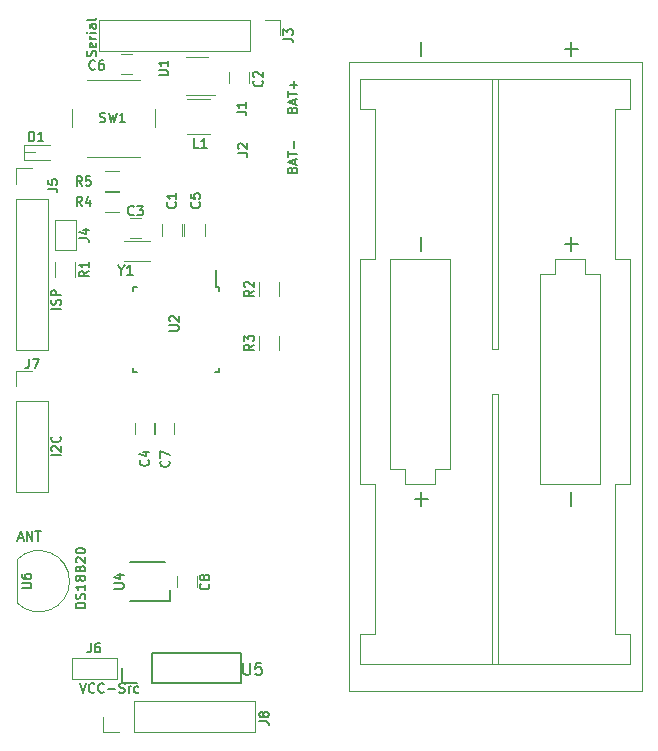
<source format=gto>
G04 #@! TF.FileFunction,Legend,Top*
%FSLAX46Y46*%
G04 Gerber Fmt 4.6, Leading zero omitted, Abs format (unit mm)*
G04 Created by KiCad (PCBNEW 4.0.6) date 04/23/17 17:59:47*
%MOMM*%
%LPD*%
G01*
G04 APERTURE LIST*
%ADD10C,0.100000*%
%ADD11C,0.120000*%
%ADD12C,0.150000*%
G04 APERTURE END LIST*
D10*
D11*
X98619000Y-112014000D02*
X98619000Y-119694000D01*
X98619000Y-119694000D02*
X101279000Y-119694000D01*
X101279000Y-119694000D02*
X101279000Y-112014000D01*
X101279000Y-112014000D02*
X98619000Y-112014000D01*
X98619000Y-110744000D02*
X98619000Y-109414000D01*
X98619000Y-109414000D02*
X99949000Y-109414000D01*
X107280000Y-96003000D02*
X106080000Y-96003000D01*
X106080000Y-94243000D02*
X107280000Y-94243000D01*
X118364000Y-79696000D02*
X105604000Y-79696000D01*
X105604000Y-79696000D02*
X105604000Y-82356000D01*
X105604000Y-82356000D02*
X118364000Y-82356000D01*
X118364000Y-82356000D02*
X118364000Y-79696000D01*
X119634000Y-79696000D02*
X120964000Y-79696000D01*
X120964000Y-79696000D02*
X120964000Y-81026000D01*
X101853000Y-96647000D02*
X101853000Y-99187000D01*
X103633000Y-99187000D02*
X103633000Y-96647000D01*
X103633000Y-99187000D02*
X101853000Y-99187000D01*
X101853000Y-96647000D02*
X103633000Y-96647000D01*
X98619000Y-94869000D02*
X98619000Y-107629000D01*
X98619000Y-107629000D02*
X101279000Y-107629000D01*
X101279000Y-107629000D02*
X101279000Y-94869000D01*
X101279000Y-94869000D02*
X98619000Y-94869000D01*
X98619000Y-93599000D02*
X98619000Y-92269000D01*
X98619000Y-92269000D02*
X99949000Y-92269000D01*
X107110000Y-133710000D02*
X103290000Y-133710000D01*
X103290000Y-133710000D02*
X103290000Y-135490000D01*
X103290000Y-135490000D02*
X107110000Y-135490000D01*
X107110000Y-133710000D02*
X107110000Y-135490000D01*
X109064000Y-84780600D02*
X104564000Y-84780600D01*
X110314000Y-88780600D02*
X110314000Y-87280600D01*
X104564000Y-91280600D02*
X109064000Y-91280600D01*
X103314000Y-87280600D02*
X103314000Y-88780600D01*
X114819000Y-82845000D02*
X113019000Y-82845000D01*
X113019000Y-86065000D02*
X115469000Y-86065000D01*
D12*
X115766000Y-102293000D02*
X115541000Y-102293000D01*
X115766000Y-109543000D02*
X115441000Y-109543000D01*
X108516000Y-109543000D02*
X108841000Y-109543000D01*
X108516000Y-102293000D02*
X108841000Y-102293000D01*
X115766000Y-102293000D02*
X115766000Y-102618000D01*
X108516000Y-102293000D02*
X108516000Y-102618000D01*
X108516000Y-109543000D02*
X108516000Y-109218000D01*
X115766000Y-109543000D02*
X115766000Y-109218000D01*
X115541000Y-102293000D02*
X115541000Y-100868000D01*
D11*
X126750000Y-136500000D02*
X151550000Y-136500000D01*
X126750000Y-83300000D02*
X126750000Y-136500000D01*
X151550000Y-83300000D02*
X126750000Y-83300000D01*
X151550000Y-136500000D02*
X151550000Y-83300000D01*
X130260000Y-99970000D02*
X135340000Y-99970000D01*
X135340000Y-99970000D02*
X135340000Y-117750000D01*
X135340000Y-117750000D02*
X134070000Y-117750000D01*
X134070000Y-117750000D02*
X134070000Y-119020000D01*
X134070000Y-119020000D02*
X131530000Y-119020000D01*
X131530000Y-119020000D02*
X131530000Y-117750000D01*
X131530000Y-117750000D02*
X130260000Y-117750000D01*
X130260000Y-117750000D02*
X130260000Y-99970000D01*
X146770000Y-119020000D02*
X142960000Y-119020000D01*
X142960000Y-119020000D02*
X142960000Y-101240000D01*
X142960000Y-101240000D02*
X144230000Y-101240000D01*
X144230000Y-101240000D02*
X144230000Y-99970000D01*
X144230000Y-99970000D02*
X146770000Y-99970000D01*
X146770000Y-99970000D02*
X146770000Y-101240000D01*
X146770000Y-101240000D02*
X148040000Y-101240000D01*
X148040000Y-101240000D02*
X148040000Y-119020000D01*
X148040000Y-119020000D02*
X146770000Y-119020000D01*
X139404000Y-84730000D02*
X139404000Y-107590000D01*
X139404000Y-107590000D02*
X138896000Y-107590000D01*
X138896000Y-107590000D02*
X138896000Y-84730000D01*
X139404000Y-134260000D02*
X139404000Y-111400000D01*
X139404000Y-111400000D02*
X138896000Y-111400000D01*
X138896000Y-111400000D02*
X138896000Y-134260000D01*
X128990000Y-99970000D02*
X127720000Y-99970000D01*
X127720000Y-99970000D02*
X127720000Y-119020000D01*
X127720000Y-119020000D02*
X128990000Y-119020000D01*
X149310000Y-131720000D02*
X149310000Y-119020000D01*
X149310000Y-119020000D02*
X150580000Y-119020000D01*
X150580000Y-119020000D02*
X150580000Y-99970000D01*
X150580000Y-99970000D02*
X149310000Y-99970000D01*
X128990000Y-131720000D02*
X128990000Y-119020000D01*
X149310000Y-87270000D02*
X149310000Y-99970000D01*
X149310000Y-87270000D02*
X150580000Y-87270000D01*
X150580000Y-87270000D02*
X150580000Y-84730000D01*
X150580000Y-84730000D02*
X127720000Y-84730000D01*
X127720000Y-84730000D02*
X127720000Y-87270000D01*
X127720000Y-87270000D02*
X128990000Y-87270000D01*
X128990000Y-87270000D02*
X128990000Y-99970000D01*
X150580000Y-134260000D02*
X150580000Y-131720000D01*
X150580000Y-131720000D02*
X149310000Y-131720000D01*
X150580000Y-134260000D02*
X127720000Y-134260000D01*
X127720000Y-134260000D02*
X127720000Y-131720000D01*
X127720000Y-131720000D02*
X128990000Y-131720000D01*
X98672400Y-125432300D02*
X98672400Y-129032300D01*
X98683922Y-125393822D02*
G75*
G02X103122400Y-127232300I1838478J-1838478D01*
G01*
X98683922Y-129070778D02*
G75*
G03X103122400Y-127232300I1838478J1838478D01*
G01*
X107750000Y-100150000D02*
X109900000Y-100150000D01*
X107750000Y-98450000D02*
X109900000Y-98450000D01*
D10*
X100230000Y-90932000D02*
X99230000Y-90932000D01*
X101430000Y-91582000D02*
X99230000Y-91582000D01*
X99230000Y-91582000D02*
X99230000Y-90282000D01*
X99230000Y-90282000D02*
X101430000Y-90282000D01*
D11*
X110950000Y-97000000D02*
X110950000Y-98000000D01*
X112650000Y-98000000D02*
X112650000Y-97000000D01*
X116625000Y-84082000D02*
X116625000Y-85082000D01*
X118325000Y-85082000D02*
X118325000Y-84082000D01*
X109200000Y-96450000D02*
X108200000Y-96450000D01*
X108200000Y-98150000D02*
X109200000Y-98150000D01*
X110350000Y-114800000D02*
X110350000Y-113800000D01*
X108650000Y-113800000D02*
X108650000Y-114800000D01*
X112850000Y-97000000D02*
X112850000Y-98000000D01*
X114550000Y-98000000D02*
X114550000Y-97000000D01*
X107450000Y-84289000D02*
X108450000Y-84289000D01*
X108450000Y-82589000D02*
X107450000Y-82589000D01*
X111950000Y-114800000D02*
X111950000Y-113800000D01*
X110250000Y-113800000D02*
X110250000Y-114800000D01*
X113880000Y-127754000D02*
X113880000Y-126754000D01*
X112180000Y-126754000D02*
X112180000Y-127754000D01*
X115046000Y-89364000D02*
X113046000Y-89364000D01*
X113046000Y-86404000D02*
X115046000Y-86404000D01*
X101863000Y-101438000D02*
X101863000Y-100238000D01*
X103623000Y-100238000D02*
X103623000Y-101438000D01*
X120895000Y-101889000D02*
X120895000Y-103089000D01*
X119135000Y-103089000D02*
X119135000Y-101889000D01*
X120895000Y-106461000D02*
X120895000Y-107661000D01*
X119135000Y-107661000D02*
X119135000Y-106461000D01*
X107280000Y-94225000D02*
X106080000Y-94225000D01*
X106080000Y-92465000D02*
X107280000Y-92465000D01*
X108570000Y-140030000D02*
X118790000Y-140030000D01*
X118790000Y-140030000D02*
X118790000Y-137370000D01*
X118790000Y-137370000D02*
X108570000Y-137370000D01*
X108570000Y-137370000D02*
X108570000Y-140030000D01*
X107300000Y-140030000D02*
X105970000Y-140030000D01*
X105970000Y-140030000D02*
X105970000Y-138700000D01*
D12*
X108850000Y-135850000D02*
X107600000Y-135850000D01*
X107600000Y-135850000D02*
X107600000Y-134600000D01*
X110100000Y-133350000D02*
X117600000Y-133350000D01*
X117600000Y-133350000D02*
X117600000Y-135850000D01*
X117600000Y-135850000D02*
X110100000Y-135850000D01*
X110100000Y-135850000D02*
X110100000Y-133350000D01*
X111628000Y-128904000D02*
X108228000Y-128904000D01*
X111628000Y-128904000D02*
X111628000Y-128004000D01*
X108228000Y-125604000D02*
X111228000Y-125604000D01*
X99682334Y-108400905D02*
X99682334Y-108972333D01*
X99644238Y-109086619D01*
X99568048Y-109162810D01*
X99453762Y-109200905D01*
X99377572Y-109200905D01*
X99987096Y-108400905D02*
X100520429Y-108400905D01*
X100177572Y-109200905D01*
X102361905Y-116580952D02*
X101561905Y-116580952D01*
X101638095Y-116238095D02*
X101600000Y-116200000D01*
X101561905Y-116123809D01*
X101561905Y-115933333D01*
X101600000Y-115857143D01*
X101638095Y-115819047D01*
X101714286Y-115780952D01*
X101790476Y-115780952D01*
X101904762Y-115819047D01*
X102361905Y-116276190D01*
X102361905Y-115780952D01*
X102285714Y-114980952D02*
X102323810Y-115019047D01*
X102361905Y-115133333D01*
X102361905Y-115209523D01*
X102323810Y-115323809D01*
X102247619Y-115400000D01*
X102171429Y-115438095D01*
X102019048Y-115476190D01*
X101904762Y-115476190D01*
X101752381Y-115438095D01*
X101676190Y-115400000D01*
X101600000Y-115323809D01*
X101561905Y-115209523D01*
X101561905Y-115133333D01*
X101600000Y-115019047D01*
X101638095Y-114980952D01*
X104166667Y-95461905D02*
X103900000Y-95080952D01*
X103709524Y-95461905D02*
X103709524Y-94661905D01*
X104014286Y-94661905D01*
X104090477Y-94700000D01*
X104128572Y-94738095D01*
X104166667Y-94814286D01*
X104166667Y-94928571D01*
X104128572Y-95004762D01*
X104090477Y-95042857D01*
X104014286Y-95080952D01*
X103709524Y-95080952D01*
X104852381Y-94928571D02*
X104852381Y-95461905D01*
X104661905Y-94623810D02*
X104471429Y-95195238D01*
X104966667Y-95195238D01*
X117261905Y-87466666D02*
X117833333Y-87466666D01*
X117947619Y-87504762D01*
X118023810Y-87580952D01*
X118061905Y-87695238D01*
X118061905Y-87771428D01*
X118061905Y-86666666D02*
X118061905Y-87123809D01*
X118061905Y-86895238D02*
X117261905Y-86895238D01*
X117376190Y-86971428D01*
X117452381Y-87047619D01*
X117490476Y-87123809D01*
X121989857Y-87318714D02*
X122027952Y-87204428D01*
X122066048Y-87166333D01*
X122142238Y-87128238D01*
X122256524Y-87128238D01*
X122332714Y-87166333D01*
X122370810Y-87204428D01*
X122408905Y-87280619D01*
X122408905Y-87585381D01*
X121608905Y-87585381D01*
X121608905Y-87318714D01*
X121647000Y-87242524D01*
X121685095Y-87204428D01*
X121761286Y-87166333D01*
X121837476Y-87166333D01*
X121913667Y-87204428D01*
X121951762Y-87242524D01*
X121989857Y-87318714D01*
X121989857Y-87585381D01*
X122180333Y-86823476D02*
X122180333Y-86442524D01*
X122408905Y-86899667D02*
X121608905Y-86633000D01*
X122408905Y-86366333D01*
X121608905Y-86213953D02*
X121608905Y-85756810D01*
X122408905Y-85985381D02*
X121608905Y-85985381D01*
X122104143Y-85490143D02*
X122104143Y-84880619D01*
X122408905Y-85185381D02*
X121799381Y-85185381D01*
X117361905Y-90966666D02*
X117933333Y-90966666D01*
X118047619Y-91004762D01*
X118123810Y-91080952D01*
X118161905Y-91195238D01*
X118161905Y-91271428D01*
X117438095Y-90623809D02*
X117400000Y-90585714D01*
X117361905Y-90509523D01*
X117361905Y-90319047D01*
X117400000Y-90242857D01*
X117438095Y-90204761D01*
X117514286Y-90166666D01*
X117590476Y-90166666D01*
X117704762Y-90204761D01*
X118161905Y-90661904D01*
X118161905Y-90166666D01*
X121989857Y-92398714D02*
X122027952Y-92284428D01*
X122066048Y-92246333D01*
X122142238Y-92208238D01*
X122256524Y-92208238D01*
X122332714Y-92246333D01*
X122370810Y-92284428D01*
X122408905Y-92360619D01*
X122408905Y-92665381D01*
X121608905Y-92665381D01*
X121608905Y-92398714D01*
X121647000Y-92322524D01*
X121685095Y-92284428D01*
X121761286Y-92246333D01*
X121837476Y-92246333D01*
X121913667Y-92284428D01*
X121951762Y-92322524D01*
X121989857Y-92398714D01*
X121989857Y-92665381D01*
X122180333Y-91903476D02*
X122180333Y-91522524D01*
X122408905Y-91979667D02*
X121608905Y-91713000D01*
X122408905Y-91446333D01*
X121608905Y-91293953D02*
X121608905Y-90836810D01*
X122408905Y-91065381D02*
X121608905Y-91065381D01*
X122104143Y-90570143D02*
X122104143Y-89960619D01*
X121227905Y-81292666D02*
X121799333Y-81292666D01*
X121913619Y-81330762D01*
X121989810Y-81406952D01*
X122027905Y-81521238D01*
X122027905Y-81597428D01*
X121227905Y-80987904D02*
X121227905Y-80492666D01*
X121532667Y-80759333D01*
X121532667Y-80645047D01*
X121570762Y-80568857D01*
X121608857Y-80530761D01*
X121685048Y-80492666D01*
X121875524Y-80492666D01*
X121951714Y-80530761D01*
X121989810Y-80568857D01*
X122027905Y-80645047D01*
X122027905Y-80873619D01*
X121989810Y-80949809D01*
X121951714Y-80987904D01*
X105323810Y-82780952D02*
X105361905Y-82666666D01*
X105361905Y-82476190D01*
X105323810Y-82400000D01*
X105285714Y-82361904D01*
X105209524Y-82323809D01*
X105133333Y-82323809D01*
X105057143Y-82361904D01*
X105019048Y-82400000D01*
X104980952Y-82476190D01*
X104942857Y-82628571D01*
X104904762Y-82704762D01*
X104866667Y-82742857D01*
X104790476Y-82780952D01*
X104714286Y-82780952D01*
X104638095Y-82742857D01*
X104600000Y-82704762D01*
X104561905Y-82628571D01*
X104561905Y-82438095D01*
X104600000Y-82323809D01*
X105323810Y-81676190D02*
X105361905Y-81752380D01*
X105361905Y-81904761D01*
X105323810Y-81980952D01*
X105247619Y-82019047D01*
X104942857Y-82019047D01*
X104866667Y-81980952D01*
X104828571Y-81904761D01*
X104828571Y-81752380D01*
X104866667Y-81676190D01*
X104942857Y-81638095D01*
X105019048Y-81638095D01*
X105095238Y-82019047D01*
X105361905Y-81295238D02*
X104828571Y-81295238D01*
X104980952Y-81295238D02*
X104904762Y-81257143D01*
X104866667Y-81219047D01*
X104828571Y-81142857D01*
X104828571Y-81066666D01*
X105361905Y-80800000D02*
X104828571Y-80800000D01*
X104561905Y-80800000D02*
X104600000Y-80838095D01*
X104638095Y-80800000D01*
X104600000Y-80761905D01*
X104561905Y-80800000D01*
X104638095Y-80800000D01*
X105361905Y-80076191D02*
X104942857Y-80076191D01*
X104866667Y-80114286D01*
X104828571Y-80190476D01*
X104828571Y-80342857D01*
X104866667Y-80419048D01*
X105323810Y-80076191D02*
X105361905Y-80152381D01*
X105361905Y-80342857D01*
X105323810Y-80419048D01*
X105247619Y-80457143D01*
X105171429Y-80457143D01*
X105095238Y-80419048D01*
X105057143Y-80342857D01*
X105057143Y-80152381D01*
X105019048Y-80076191D01*
X105361905Y-79580952D02*
X105323810Y-79657143D01*
X105247619Y-79695238D01*
X104561905Y-79695238D01*
X103955905Y-98183666D02*
X104527333Y-98183666D01*
X104641619Y-98221762D01*
X104717810Y-98297952D01*
X104755905Y-98412238D01*
X104755905Y-98488428D01*
X104222571Y-97459857D02*
X104755905Y-97459857D01*
X103917810Y-97650333D02*
X104489238Y-97840809D01*
X104489238Y-97345571D01*
X101288905Y-93992666D02*
X101860333Y-93992666D01*
X101974619Y-94030762D01*
X102050810Y-94106952D01*
X102088905Y-94221238D01*
X102088905Y-94297428D01*
X101288905Y-93230761D02*
X101288905Y-93611714D01*
X101669857Y-93649809D01*
X101631762Y-93611714D01*
X101593667Y-93535523D01*
X101593667Y-93345047D01*
X101631762Y-93268857D01*
X101669857Y-93230761D01*
X101746048Y-93192666D01*
X101936524Y-93192666D01*
X102012714Y-93230761D01*
X102050810Y-93268857D01*
X102088905Y-93345047D01*
X102088905Y-93535523D01*
X102050810Y-93611714D01*
X102012714Y-93649809D01*
X102361905Y-104180952D02*
X101561905Y-104180952D01*
X102323810Y-103838095D02*
X102361905Y-103723809D01*
X102361905Y-103533333D01*
X102323810Y-103457143D01*
X102285714Y-103419047D01*
X102209524Y-103380952D01*
X102133333Y-103380952D01*
X102057143Y-103419047D01*
X102019048Y-103457143D01*
X101980952Y-103533333D01*
X101942857Y-103685714D01*
X101904762Y-103761905D01*
X101866667Y-103800000D01*
X101790476Y-103838095D01*
X101714286Y-103838095D01*
X101638095Y-103800000D01*
X101600000Y-103761905D01*
X101561905Y-103685714D01*
X101561905Y-103495238D01*
X101600000Y-103380952D01*
X102361905Y-103038095D02*
X101561905Y-103038095D01*
X101561905Y-102733333D01*
X101600000Y-102657142D01*
X101638095Y-102619047D01*
X101714286Y-102580952D01*
X101828571Y-102580952D01*
X101904762Y-102619047D01*
X101942857Y-102657142D01*
X101980952Y-102733333D01*
X101980952Y-103038095D01*
X104933334Y-132461905D02*
X104933334Y-133033333D01*
X104895238Y-133147619D01*
X104819048Y-133223810D01*
X104704762Y-133261905D01*
X104628572Y-133261905D01*
X105657143Y-132461905D02*
X105504762Y-132461905D01*
X105428572Y-132500000D01*
X105390477Y-132538095D01*
X105314286Y-132652381D01*
X105276191Y-132804762D01*
X105276191Y-133109524D01*
X105314286Y-133185714D01*
X105352381Y-133223810D01*
X105428572Y-133261905D01*
X105580953Y-133261905D01*
X105657143Y-133223810D01*
X105695239Y-133185714D01*
X105733334Y-133109524D01*
X105733334Y-132919048D01*
X105695239Y-132842857D01*
X105657143Y-132804762D01*
X105580953Y-132766667D01*
X105428572Y-132766667D01*
X105352381Y-132804762D01*
X105314286Y-132842857D01*
X105276191Y-132919048D01*
X103966667Y-135861905D02*
X104233334Y-136661905D01*
X104500001Y-135861905D01*
X105223810Y-136585714D02*
X105185715Y-136623810D01*
X105071429Y-136661905D01*
X104995239Y-136661905D01*
X104880953Y-136623810D01*
X104804762Y-136547619D01*
X104766667Y-136471429D01*
X104728572Y-136319048D01*
X104728572Y-136204762D01*
X104766667Y-136052381D01*
X104804762Y-135976190D01*
X104880953Y-135900000D01*
X104995239Y-135861905D01*
X105071429Y-135861905D01*
X105185715Y-135900000D01*
X105223810Y-135938095D01*
X106023810Y-136585714D02*
X105985715Y-136623810D01*
X105871429Y-136661905D01*
X105795239Y-136661905D01*
X105680953Y-136623810D01*
X105604762Y-136547619D01*
X105566667Y-136471429D01*
X105528572Y-136319048D01*
X105528572Y-136204762D01*
X105566667Y-136052381D01*
X105604762Y-135976190D01*
X105680953Y-135900000D01*
X105795239Y-135861905D01*
X105871429Y-135861905D01*
X105985715Y-135900000D01*
X106023810Y-135938095D01*
X106366667Y-136357143D02*
X106976191Y-136357143D01*
X107319048Y-136623810D02*
X107433334Y-136661905D01*
X107623810Y-136661905D01*
X107700000Y-136623810D01*
X107738096Y-136585714D01*
X107776191Y-136509524D01*
X107776191Y-136433333D01*
X107738096Y-136357143D01*
X107700000Y-136319048D01*
X107623810Y-136280952D01*
X107471429Y-136242857D01*
X107395238Y-136204762D01*
X107357143Y-136166667D01*
X107319048Y-136090476D01*
X107319048Y-136014286D01*
X107357143Y-135938095D01*
X107395238Y-135900000D01*
X107471429Y-135861905D01*
X107661905Y-135861905D01*
X107776191Y-135900000D01*
X108119048Y-136661905D02*
X108119048Y-136128571D01*
X108119048Y-136280952D02*
X108157143Y-136204762D01*
X108195239Y-136166667D01*
X108271429Y-136128571D01*
X108347620Y-136128571D01*
X108957143Y-136623810D02*
X108880953Y-136661905D01*
X108728572Y-136661905D01*
X108652381Y-136623810D01*
X108614286Y-136585714D01*
X108576191Y-136509524D01*
X108576191Y-136280952D01*
X108614286Y-136204762D01*
X108652381Y-136166667D01*
X108728572Y-136128571D01*
X108880953Y-136128571D01*
X108957143Y-136166667D01*
X105695333Y-88318410D02*
X105809619Y-88356505D01*
X106000095Y-88356505D01*
X106076285Y-88318410D01*
X106114381Y-88280314D01*
X106152476Y-88204124D01*
X106152476Y-88127933D01*
X106114381Y-88051743D01*
X106076285Y-88013648D01*
X106000095Y-87975552D01*
X105847714Y-87937457D01*
X105771523Y-87899362D01*
X105733428Y-87861267D01*
X105695333Y-87785076D01*
X105695333Y-87708886D01*
X105733428Y-87632695D01*
X105771523Y-87594600D01*
X105847714Y-87556505D01*
X106038190Y-87556505D01*
X106152476Y-87594600D01*
X106419143Y-87556505D02*
X106609619Y-88356505D01*
X106762000Y-87785076D01*
X106914381Y-88356505D01*
X107104857Y-87556505D01*
X107828667Y-88356505D02*
X107371524Y-88356505D01*
X107600095Y-88356505D02*
X107600095Y-87556505D01*
X107523905Y-87670790D01*
X107447714Y-87746981D01*
X107371524Y-87785076D01*
X110661905Y-84409524D02*
X111309524Y-84409524D01*
X111385714Y-84371429D01*
X111423810Y-84333333D01*
X111461905Y-84257143D01*
X111461905Y-84104762D01*
X111423810Y-84028571D01*
X111385714Y-83990476D01*
X111309524Y-83952381D01*
X110661905Y-83952381D01*
X111461905Y-83152381D02*
X111461905Y-83609524D01*
X111461905Y-83380953D02*
X110661905Y-83380953D01*
X110776190Y-83457143D01*
X110852381Y-83533334D01*
X110890476Y-83609524D01*
X111561905Y-106009524D02*
X112209524Y-106009524D01*
X112285714Y-105971429D01*
X112323810Y-105933333D01*
X112361905Y-105857143D01*
X112361905Y-105704762D01*
X112323810Y-105628571D01*
X112285714Y-105590476D01*
X112209524Y-105552381D01*
X111561905Y-105552381D01*
X111638095Y-105209524D02*
X111600000Y-105171429D01*
X111561905Y-105095238D01*
X111561905Y-104904762D01*
X111600000Y-104828572D01*
X111638095Y-104790476D01*
X111714286Y-104752381D01*
X111790476Y-104752381D01*
X111904762Y-104790476D01*
X112361905Y-105247619D01*
X112361905Y-104752381D01*
X145607143Y-120861428D02*
X145607143Y-119718571D01*
X145607143Y-99271428D02*
X145607143Y-98128571D01*
X146178571Y-98700000D02*
X145035714Y-98700000D01*
X132907143Y-120861428D02*
X132907143Y-119718571D01*
X133478571Y-120290000D02*
X132335714Y-120290000D01*
X132907143Y-99271428D02*
X132907143Y-98128571D01*
X145607143Y-82761428D02*
X145607143Y-81618571D01*
X146178571Y-82190000D02*
X145035714Y-82190000D01*
X132907143Y-82761428D02*
X132907143Y-81618571D01*
X99068305Y-127841824D02*
X99715924Y-127841824D01*
X99792114Y-127803729D01*
X99830210Y-127765633D01*
X99868305Y-127689443D01*
X99868305Y-127537062D01*
X99830210Y-127460871D01*
X99792114Y-127422776D01*
X99715924Y-127384681D01*
X99068305Y-127384681D01*
X99068305Y-126660872D02*
X99068305Y-126813253D01*
X99106400Y-126889443D01*
X99144495Y-126927538D01*
X99258781Y-127003729D01*
X99411162Y-127041824D01*
X99715924Y-127041824D01*
X99792114Y-127003729D01*
X99830210Y-126965634D01*
X99868305Y-126889443D01*
X99868305Y-126737062D01*
X99830210Y-126660872D01*
X99792114Y-126622776D01*
X99715924Y-126584681D01*
X99525448Y-126584681D01*
X99449257Y-126622776D01*
X99411162Y-126660872D01*
X99373067Y-126737062D01*
X99373067Y-126889443D01*
X99411162Y-126965634D01*
X99449257Y-127003729D01*
X99525448Y-127041824D01*
X104440305Y-129492586D02*
X103640305Y-129492586D01*
X103640305Y-129302110D01*
X103678400Y-129187824D01*
X103754590Y-129111633D01*
X103830781Y-129073538D01*
X103983162Y-129035443D01*
X104097448Y-129035443D01*
X104249829Y-129073538D01*
X104326019Y-129111633D01*
X104402210Y-129187824D01*
X104440305Y-129302110D01*
X104440305Y-129492586D01*
X104402210Y-128730681D02*
X104440305Y-128616395D01*
X104440305Y-128425919D01*
X104402210Y-128349729D01*
X104364114Y-128311633D01*
X104287924Y-128273538D01*
X104211733Y-128273538D01*
X104135543Y-128311633D01*
X104097448Y-128349729D01*
X104059352Y-128425919D01*
X104021257Y-128578300D01*
X103983162Y-128654491D01*
X103945067Y-128692586D01*
X103868876Y-128730681D01*
X103792686Y-128730681D01*
X103716495Y-128692586D01*
X103678400Y-128654491D01*
X103640305Y-128578300D01*
X103640305Y-128387824D01*
X103678400Y-128273538D01*
X104440305Y-127511633D02*
X104440305Y-127968776D01*
X104440305Y-127740205D02*
X103640305Y-127740205D01*
X103754590Y-127816395D01*
X103830781Y-127892586D01*
X103868876Y-127968776D01*
X103983162Y-127054490D02*
X103945067Y-127130681D01*
X103906971Y-127168776D01*
X103830781Y-127206871D01*
X103792686Y-127206871D01*
X103716495Y-127168776D01*
X103678400Y-127130681D01*
X103640305Y-127054490D01*
X103640305Y-126902109D01*
X103678400Y-126825919D01*
X103716495Y-126787823D01*
X103792686Y-126749728D01*
X103830781Y-126749728D01*
X103906971Y-126787823D01*
X103945067Y-126825919D01*
X103983162Y-126902109D01*
X103983162Y-127054490D01*
X104021257Y-127130681D01*
X104059352Y-127168776D01*
X104135543Y-127206871D01*
X104287924Y-127206871D01*
X104364114Y-127168776D01*
X104402210Y-127130681D01*
X104440305Y-127054490D01*
X104440305Y-126902109D01*
X104402210Y-126825919D01*
X104364114Y-126787823D01*
X104287924Y-126749728D01*
X104135543Y-126749728D01*
X104059352Y-126787823D01*
X104021257Y-126825919D01*
X103983162Y-126902109D01*
X104021257Y-126140204D02*
X104059352Y-126025918D01*
X104097448Y-125987823D01*
X104173638Y-125949728D01*
X104287924Y-125949728D01*
X104364114Y-125987823D01*
X104402210Y-126025918D01*
X104440305Y-126102109D01*
X104440305Y-126406871D01*
X103640305Y-126406871D01*
X103640305Y-126140204D01*
X103678400Y-126064014D01*
X103716495Y-126025918D01*
X103792686Y-125987823D01*
X103868876Y-125987823D01*
X103945067Y-126025918D01*
X103983162Y-126064014D01*
X104021257Y-126140204D01*
X104021257Y-126406871D01*
X103716495Y-125644966D02*
X103678400Y-125606871D01*
X103640305Y-125530680D01*
X103640305Y-125340204D01*
X103678400Y-125264014D01*
X103716495Y-125225918D01*
X103792686Y-125187823D01*
X103868876Y-125187823D01*
X103983162Y-125225918D01*
X104440305Y-125683061D01*
X104440305Y-125187823D01*
X103640305Y-124692585D02*
X103640305Y-124616394D01*
X103678400Y-124540204D01*
X103716495Y-124502109D01*
X103792686Y-124464013D01*
X103945067Y-124425918D01*
X104135543Y-124425918D01*
X104287924Y-124464013D01*
X104364114Y-124502109D01*
X104402210Y-124540204D01*
X104440305Y-124616394D01*
X104440305Y-124692585D01*
X104402210Y-124768775D01*
X104364114Y-124806871D01*
X104287924Y-124844966D01*
X104135543Y-124883061D01*
X103945067Y-124883061D01*
X103792686Y-124844966D01*
X103716495Y-124806871D01*
X103678400Y-124768775D01*
X103640305Y-124692585D01*
X98780715Y-123577333D02*
X99161667Y-123577333D01*
X98704524Y-123805905D02*
X98971191Y-123005905D01*
X99237858Y-123805905D01*
X99504524Y-123805905D02*
X99504524Y-123005905D01*
X99961667Y-123805905D01*
X99961667Y-123005905D01*
X100228333Y-123005905D02*
X100685476Y-123005905D01*
X100456905Y-123805905D02*
X100456905Y-123005905D01*
X107519048Y-100880952D02*
X107519048Y-101261905D01*
X107252381Y-100461905D02*
X107519048Y-100880952D01*
X107785715Y-100461905D01*
X108471429Y-101261905D02*
X108014286Y-101261905D01*
X108242857Y-101261905D02*
X108242857Y-100461905D01*
X108166667Y-100576190D01*
X108090476Y-100652381D01*
X108014286Y-100690476D01*
X99688524Y-89955905D02*
X99688524Y-89155905D01*
X99879000Y-89155905D01*
X99993286Y-89194000D01*
X100069477Y-89270190D01*
X100107572Y-89346381D01*
X100145667Y-89498762D01*
X100145667Y-89613048D01*
X100107572Y-89765429D01*
X100069477Y-89841619D01*
X99993286Y-89917810D01*
X99879000Y-89955905D01*
X99688524Y-89955905D01*
X100907572Y-89955905D02*
X100450429Y-89955905D01*
X100679000Y-89955905D02*
X100679000Y-89155905D01*
X100602810Y-89270190D01*
X100526619Y-89346381D01*
X100450429Y-89384476D01*
X112085714Y-95133333D02*
X112123810Y-95171428D01*
X112161905Y-95285714D01*
X112161905Y-95361904D01*
X112123810Y-95476190D01*
X112047619Y-95552381D01*
X111971429Y-95590476D01*
X111819048Y-95628571D01*
X111704762Y-95628571D01*
X111552381Y-95590476D01*
X111476190Y-95552381D01*
X111400000Y-95476190D01*
X111361905Y-95361904D01*
X111361905Y-95285714D01*
X111400000Y-95171428D01*
X111438095Y-95133333D01*
X112161905Y-94371428D02*
X112161905Y-94828571D01*
X112161905Y-94600000D02*
X111361905Y-94600000D01*
X111476190Y-94676190D01*
X111552381Y-94752381D01*
X111590476Y-94828571D01*
X119411714Y-84842333D02*
X119449810Y-84880428D01*
X119487905Y-84994714D01*
X119487905Y-85070904D01*
X119449810Y-85185190D01*
X119373619Y-85261381D01*
X119297429Y-85299476D01*
X119145048Y-85337571D01*
X119030762Y-85337571D01*
X118878381Y-85299476D01*
X118802190Y-85261381D01*
X118726000Y-85185190D01*
X118687905Y-85070904D01*
X118687905Y-84994714D01*
X118726000Y-84880428D01*
X118764095Y-84842333D01*
X118764095Y-84537571D02*
X118726000Y-84499476D01*
X118687905Y-84423285D01*
X118687905Y-84232809D01*
X118726000Y-84156619D01*
X118764095Y-84118523D01*
X118840286Y-84080428D01*
X118916476Y-84080428D01*
X119030762Y-84118523D01*
X119487905Y-84575666D01*
X119487905Y-84080428D01*
X108566667Y-96185714D02*
X108528572Y-96223810D01*
X108414286Y-96261905D01*
X108338096Y-96261905D01*
X108223810Y-96223810D01*
X108147619Y-96147619D01*
X108109524Y-96071429D01*
X108071429Y-95919048D01*
X108071429Y-95804762D01*
X108109524Y-95652381D01*
X108147619Y-95576190D01*
X108223810Y-95500000D01*
X108338096Y-95461905D01*
X108414286Y-95461905D01*
X108528572Y-95500000D01*
X108566667Y-95538095D01*
X108833334Y-95461905D02*
X109328572Y-95461905D01*
X109061905Y-95766667D01*
X109176191Y-95766667D01*
X109252381Y-95804762D01*
X109290477Y-95842857D01*
X109328572Y-95919048D01*
X109328572Y-96109524D01*
X109290477Y-96185714D01*
X109252381Y-96223810D01*
X109176191Y-96261905D01*
X108947619Y-96261905D01*
X108871429Y-96223810D01*
X108833334Y-96185714D01*
X109785714Y-116973333D02*
X109823810Y-117011428D01*
X109861905Y-117125714D01*
X109861905Y-117201904D01*
X109823810Y-117316190D01*
X109747619Y-117392381D01*
X109671429Y-117430476D01*
X109519048Y-117468571D01*
X109404762Y-117468571D01*
X109252381Y-117430476D01*
X109176190Y-117392381D01*
X109100000Y-117316190D01*
X109061905Y-117201904D01*
X109061905Y-117125714D01*
X109100000Y-117011428D01*
X109138095Y-116973333D01*
X109328571Y-116287619D02*
X109861905Y-116287619D01*
X109023810Y-116478095D02*
X109595238Y-116668571D01*
X109595238Y-116173333D01*
X114085714Y-95133333D02*
X114123810Y-95171428D01*
X114161905Y-95285714D01*
X114161905Y-95361904D01*
X114123810Y-95476190D01*
X114047619Y-95552381D01*
X113971429Y-95590476D01*
X113819048Y-95628571D01*
X113704762Y-95628571D01*
X113552381Y-95590476D01*
X113476190Y-95552381D01*
X113400000Y-95476190D01*
X113361905Y-95361904D01*
X113361905Y-95285714D01*
X113400000Y-95171428D01*
X113438095Y-95133333D01*
X113361905Y-94409523D02*
X113361905Y-94790476D01*
X113742857Y-94828571D01*
X113704762Y-94790476D01*
X113666667Y-94714285D01*
X113666667Y-94523809D01*
X113704762Y-94447619D01*
X113742857Y-94409523D01*
X113819048Y-94371428D01*
X114009524Y-94371428D01*
X114085714Y-94409523D01*
X114123810Y-94447619D01*
X114161905Y-94523809D01*
X114161905Y-94714285D01*
X114123810Y-94790476D01*
X114085714Y-94828571D01*
X105276667Y-83851714D02*
X105238572Y-83889810D01*
X105124286Y-83927905D01*
X105048096Y-83927905D01*
X104933810Y-83889810D01*
X104857619Y-83813619D01*
X104819524Y-83737429D01*
X104781429Y-83585048D01*
X104781429Y-83470762D01*
X104819524Y-83318381D01*
X104857619Y-83242190D01*
X104933810Y-83166000D01*
X105048096Y-83127905D01*
X105124286Y-83127905D01*
X105238572Y-83166000D01*
X105276667Y-83204095D01*
X105962381Y-83127905D02*
X105810000Y-83127905D01*
X105733810Y-83166000D01*
X105695715Y-83204095D01*
X105619524Y-83318381D01*
X105581429Y-83470762D01*
X105581429Y-83775524D01*
X105619524Y-83851714D01*
X105657619Y-83889810D01*
X105733810Y-83927905D01*
X105886191Y-83927905D01*
X105962381Y-83889810D01*
X106000477Y-83851714D01*
X106038572Y-83775524D01*
X106038572Y-83585048D01*
X106000477Y-83508857D01*
X105962381Y-83470762D01*
X105886191Y-83432667D01*
X105733810Y-83432667D01*
X105657619Y-83470762D01*
X105619524Y-83508857D01*
X105581429Y-83585048D01*
X111512714Y-117033333D02*
X111550810Y-117071428D01*
X111588905Y-117185714D01*
X111588905Y-117261904D01*
X111550810Y-117376190D01*
X111474619Y-117452381D01*
X111398429Y-117490476D01*
X111246048Y-117528571D01*
X111131762Y-117528571D01*
X110979381Y-117490476D01*
X110903190Y-117452381D01*
X110827000Y-117376190D01*
X110788905Y-117261904D01*
X110788905Y-117185714D01*
X110827000Y-117071428D01*
X110865095Y-117033333D01*
X110788905Y-116766666D02*
X110788905Y-116233333D01*
X111588905Y-116576190D01*
X114885714Y-127433333D02*
X114923810Y-127471428D01*
X114961905Y-127585714D01*
X114961905Y-127661904D01*
X114923810Y-127776190D01*
X114847619Y-127852381D01*
X114771429Y-127890476D01*
X114619048Y-127928571D01*
X114504762Y-127928571D01*
X114352381Y-127890476D01*
X114276190Y-127852381D01*
X114200000Y-127776190D01*
X114161905Y-127661904D01*
X114161905Y-127585714D01*
X114200000Y-127471428D01*
X114238095Y-127433333D01*
X114504762Y-126976190D02*
X114466667Y-127052381D01*
X114428571Y-127090476D01*
X114352381Y-127128571D01*
X114314286Y-127128571D01*
X114238095Y-127090476D01*
X114200000Y-127052381D01*
X114161905Y-126976190D01*
X114161905Y-126823809D01*
X114200000Y-126747619D01*
X114238095Y-126709523D01*
X114314286Y-126671428D01*
X114352381Y-126671428D01*
X114428571Y-126709523D01*
X114466667Y-126747619D01*
X114504762Y-126823809D01*
X114504762Y-126976190D01*
X114542857Y-127052381D01*
X114580952Y-127090476D01*
X114657143Y-127128571D01*
X114809524Y-127128571D01*
X114885714Y-127090476D01*
X114923810Y-127052381D01*
X114961905Y-126976190D01*
X114961905Y-126823809D01*
X114923810Y-126747619D01*
X114885714Y-126709523D01*
X114809524Y-126671428D01*
X114657143Y-126671428D01*
X114580952Y-126709523D01*
X114542857Y-126747619D01*
X114504762Y-126823809D01*
X114039667Y-90531905D02*
X113658714Y-90531905D01*
X113658714Y-89731905D01*
X114725381Y-90531905D02*
X114268238Y-90531905D01*
X114496809Y-90531905D02*
X114496809Y-89731905D01*
X114420619Y-89846190D01*
X114344428Y-89922381D01*
X114268238Y-89960476D01*
X104754905Y-100971333D02*
X104373952Y-101238000D01*
X104754905Y-101428476D02*
X103954905Y-101428476D01*
X103954905Y-101123714D01*
X103993000Y-101047523D01*
X104031095Y-101009428D01*
X104107286Y-100971333D01*
X104221571Y-100971333D01*
X104297762Y-101009428D01*
X104335857Y-101047523D01*
X104373952Y-101123714D01*
X104373952Y-101428476D01*
X104754905Y-100209428D02*
X104754905Y-100666571D01*
X104754905Y-100438000D02*
X103954905Y-100438000D01*
X104069190Y-100514190D01*
X104145381Y-100590381D01*
X104183476Y-100666571D01*
X118726905Y-102622333D02*
X118345952Y-102889000D01*
X118726905Y-103079476D02*
X117926905Y-103079476D01*
X117926905Y-102774714D01*
X117965000Y-102698523D01*
X118003095Y-102660428D01*
X118079286Y-102622333D01*
X118193571Y-102622333D01*
X118269762Y-102660428D01*
X118307857Y-102698523D01*
X118345952Y-102774714D01*
X118345952Y-103079476D01*
X118003095Y-102317571D02*
X117965000Y-102279476D01*
X117926905Y-102203285D01*
X117926905Y-102012809D01*
X117965000Y-101936619D01*
X118003095Y-101898523D01*
X118079286Y-101860428D01*
X118155476Y-101860428D01*
X118269762Y-101898523D01*
X118726905Y-102355666D01*
X118726905Y-101860428D01*
X118726905Y-107194333D02*
X118345952Y-107461000D01*
X118726905Y-107651476D02*
X117926905Y-107651476D01*
X117926905Y-107346714D01*
X117965000Y-107270523D01*
X118003095Y-107232428D01*
X118079286Y-107194333D01*
X118193571Y-107194333D01*
X118269762Y-107232428D01*
X118307857Y-107270523D01*
X118345952Y-107346714D01*
X118345952Y-107651476D01*
X117926905Y-106927666D02*
X117926905Y-106432428D01*
X118231667Y-106699095D01*
X118231667Y-106584809D01*
X118269762Y-106508619D01*
X118307857Y-106470523D01*
X118384048Y-106432428D01*
X118574524Y-106432428D01*
X118650714Y-106470523D01*
X118688810Y-106508619D01*
X118726905Y-106584809D01*
X118726905Y-106813381D01*
X118688810Y-106889571D01*
X118650714Y-106927666D01*
X104166667Y-93761905D02*
X103900000Y-93380952D01*
X103709524Y-93761905D02*
X103709524Y-92961905D01*
X104014286Y-92961905D01*
X104090477Y-93000000D01*
X104128572Y-93038095D01*
X104166667Y-93114286D01*
X104166667Y-93228571D01*
X104128572Y-93304762D01*
X104090477Y-93342857D01*
X104014286Y-93380952D01*
X103709524Y-93380952D01*
X104890477Y-92961905D02*
X104509524Y-92961905D01*
X104471429Y-93342857D01*
X104509524Y-93304762D01*
X104585715Y-93266667D01*
X104776191Y-93266667D01*
X104852381Y-93304762D01*
X104890477Y-93342857D01*
X104928572Y-93419048D01*
X104928572Y-93609524D01*
X104890477Y-93685714D01*
X104852381Y-93723810D01*
X104776191Y-93761905D01*
X104585715Y-93761905D01*
X104509524Y-93723810D01*
X104471429Y-93685714D01*
X119180905Y-139093666D02*
X119752333Y-139093666D01*
X119866619Y-139131762D01*
X119942810Y-139207952D01*
X119980905Y-139322238D01*
X119980905Y-139398428D01*
X119523762Y-138598428D02*
X119485667Y-138674619D01*
X119447571Y-138712714D01*
X119371381Y-138750809D01*
X119333286Y-138750809D01*
X119257095Y-138712714D01*
X119219000Y-138674619D01*
X119180905Y-138598428D01*
X119180905Y-138446047D01*
X119219000Y-138369857D01*
X119257095Y-138331761D01*
X119333286Y-138293666D01*
X119371381Y-138293666D01*
X119447571Y-138331761D01*
X119485667Y-138369857D01*
X119523762Y-138446047D01*
X119523762Y-138598428D01*
X119561857Y-138674619D01*
X119599952Y-138712714D01*
X119676143Y-138750809D01*
X119828524Y-138750809D01*
X119904714Y-138712714D01*
X119942810Y-138674619D01*
X119980905Y-138598428D01*
X119980905Y-138446047D01*
X119942810Y-138369857D01*
X119904714Y-138331761D01*
X119828524Y-138293666D01*
X119676143Y-138293666D01*
X119599952Y-138331761D01*
X119561857Y-138369857D01*
X119523762Y-138446047D01*
X117838095Y-134152381D02*
X117838095Y-134961905D01*
X117885714Y-135057143D01*
X117933333Y-135104762D01*
X118028571Y-135152381D01*
X118219048Y-135152381D01*
X118314286Y-135104762D01*
X118361905Y-135057143D01*
X118409524Y-134961905D01*
X118409524Y-134152381D01*
X119361905Y-134152381D02*
X118885714Y-134152381D01*
X118838095Y-134628571D01*
X118885714Y-134580952D01*
X118980952Y-134533333D01*
X119219048Y-134533333D01*
X119314286Y-134580952D01*
X119361905Y-134628571D01*
X119409524Y-134723810D01*
X119409524Y-134961905D01*
X119361905Y-135057143D01*
X119314286Y-135104762D01*
X119219048Y-135152381D01*
X118980952Y-135152381D01*
X118885714Y-135104762D01*
X118838095Y-135057143D01*
X106889905Y-127863524D02*
X107537524Y-127863524D01*
X107613714Y-127825429D01*
X107651810Y-127787333D01*
X107689905Y-127711143D01*
X107689905Y-127558762D01*
X107651810Y-127482571D01*
X107613714Y-127444476D01*
X107537524Y-127406381D01*
X106889905Y-127406381D01*
X107156571Y-126682572D02*
X107689905Y-126682572D01*
X106851810Y-126873048D02*
X107423238Y-127063524D01*
X107423238Y-126568286D01*
M02*

</source>
